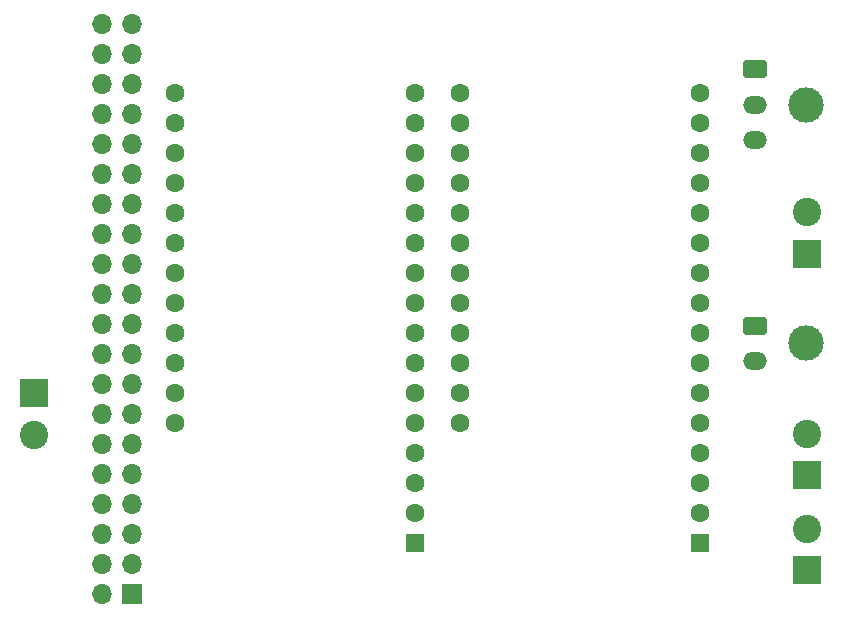
<source format=gbr>
%TF.GenerationSoftware,KiCad,Pcbnew,6.0.2+dfsg-1*%
%TF.CreationDate,2023-08-16T15:29:05+02:00*%
%TF.ProjectId,PiBLDC,5069424c-4443-42e6-9b69-6361645f7063,v01*%
%TF.SameCoordinates,Original*%
%TF.FileFunction,Soldermask,Top*%
%TF.FilePolarity,Negative*%
%FSLAX46Y46*%
G04 Gerber Fmt 4.6, Leading zero omitted, Abs format (unit mm)*
G04 Created by KiCad (PCBNEW 6.0.2+dfsg-1) date 2023-08-16 15:29:05*
%MOMM*%
%LPD*%
G01*
G04 APERTURE LIST*
G04 Aperture macros list*
%AMRoundRect*
0 Rectangle with rounded corners*
0 $1 Rounding radius*
0 $2 $3 $4 $5 $6 $7 $8 $9 X,Y pos of 4 corners*
0 Add a 4 corners polygon primitive as box body*
4,1,4,$2,$3,$4,$5,$6,$7,$8,$9,$2,$3,0*
0 Add four circle primitives for the rounded corners*
1,1,$1+$1,$2,$3*
1,1,$1+$1,$4,$5*
1,1,$1+$1,$6,$7*
1,1,$1+$1,$8,$9*
0 Add four rect primitives between the rounded corners*
20,1,$1+$1,$2,$3,$4,$5,0*
20,1,$1+$1,$4,$5,$6,$7,0*
20,1,$1+$1,$6,$7,$8,$9,0*
20,1,$1+$1,$8,$9,$2,$3,0*%
G04 Aperture macros list end*
%ADD10R,1.700000X1.700000*%
%ADD11O,1.700000X1.700000*%
%ADD12R,1.600000X1.600000*%
%ADD13C,1.600000*%
%ADD14R,2.400000X2.400000*%
%ADD15C,2.400000*%
%ADD16C,3.000000*%
%ADD17RoundRect,0.250001X-0.759999X0.499999X-0.759999X-0.499999X0.759999X-0.499999X0.759999X0.499999X0*%
%ADD18O,2.020000X1.500000*%
G04 APERTURE END LIST*
D10*
%TO.C,J7*%
X123600000Y-111630000D03*
D11*
X121060000Y-111630000D03*
X123600000Y-109090000D03*
X121060000Y-109090000D03*
X123600000Y-106550000D03*
X121060000Y-106550000D03*
X123600000Y-104010000D03*
X121060000Y-104010000D03*
X123600000Y-101470000D03*
X121060000Y-101470000D03*
X123600000Y-98930000D03*
X121060000Y-98930000D03*
X123600000Y-96390000D03*
X121060000Y-96390000D03*
X123600000Y-93850000D03*
X121060000Y-93850000D03*
X123600000Y-91310000D03*
X121060000Y-91310000D03*
X123600000Y-88770000D03*
X121060000Y-88770000D03*
X123600000Y-86230000D03*
X121060000Y-86230000D03*
X123600000Y-83690000D03*
X121060000Y-83690000D03*
X123600000Y-81150000D03*
X121060000Y-81150000D03*
X123600000Y-78610000D03*
X121060000Y-78610000D03*
X123600000Y-76070000D03*
X121060000Y-76070000D03*
X123600000Y-73530000D03*
X121060000Y-73530000D03*
X123600000Y-70990000D03*
X121060000Y-70990000D03*
X123600000Y-68450000D03*
X121060000Y-68450000D03*
X123600000Y-65910000D03*
X121060000Y-65910000D03*
X123600000Y-63370000D03*
X121060000Y-63370000D03*
%TD*%
D12*
%TO.C,A2*%
X171752500Y-107330000D03*
D13*
X171752500Y-104790000D03*
X171752500Y-102250000D03*
X171752500Y-99710000D03*
X171752500Y-97170000D03*
X171752500Y-94630000D03*
X171752500Y-92090000D03*
X171752500Y-89550000D03*
X171752500Y-87010000D03*
X171752500Y-84470000D03*
X171752500Y-81930000D03*
X171752500Y-79390000D03*
X171752500Y-76850000D03*
X171752500Y-74310000D03*
X171752500Y-71770000D03*
X171752500Y-69230000D03*
X151432500Y-69230000D03*
X151432500Y-71770000D03*
X151432500Y-74310000D03*
X151432500Y-76850000D03*
X151432500Y-79390000D03*
X151432500Y-81930000D03*
X151432500Y-84470000D03*
X151432500Y-87010000D03*
X151432500Y-89550000D03*
X151432500Y-92090000D03*
X151432500Y-94630000D03*
X151432500Y-97170000D03*
%TD*%
D14*
%TO.C,J3*%
X180764000Y-82789000D03*
D15*
X180764000Y-79289000D03*
%TD*%
D16*
%TO.C,J1*%
X180671000Y-70198000D03*
D17*
X176351000Y-67198000D03*
D18*
X176351000Y-70198000D03*
X176351000Y-73198000D03*
%TD*%
D16*
%TO.C,J2*%
X180671000Y-90391000D03*
D17*
X176351000Y-88891000D03*
D18*
X176351000Y-91891000D03*
%TD*%
D14*
%TO.C,J5*%
X180750000Y-109616000D03*
D15*
X180750000Y-106116000D03*
%TD*%
D12*
%TO.C,A1*%
X147622500Y-107330000D03*
D13*
X147622500Y-104790000D03*
X147622500Y-102250000D03*
X147622500Y-99710000D03*
X147622500Y-97170000D03*
X147622500Y-94630000D03*
X147622500Y-92090000D03*
X147622500Y-89550000D03*
X147622500Y-87010000D03*
X147622500Y-84470000D03*
X147622500Y-81930000D03*
X147622500Y-79390000D03*
X147622500Y-76850000D03*
X147622500Y-74310000D03*
X147622500Y-71770000D03*
X147622500Y-69230000D03*
X127302500Y-69230000D03*
X127302500Y-71770000D03*
X127302500Y-74310000D03*
X127302500Y-76850000D03*
X127302500Y-79390000D03*
X127302500Y-81930000D03*
X127302500Y-84470000D03*
X127302500Y-87010000D03*
X127302500Y-89550000D03*
X127302500Y-92090000D03*
X127302500Y-94630000D03*
X127302500Y-97170000D03*
%TD*%
D14*
%TO.C,J4*%
X180764000Y-101539000D03*
D15*
X180764000Y-98039000D03*
%TD*%
D14*
%TO.C,J6*%
X115345000Y-94630000D03*
D15*
X115345000Y-98130000D03*
%TD*%
M02*

</source>
